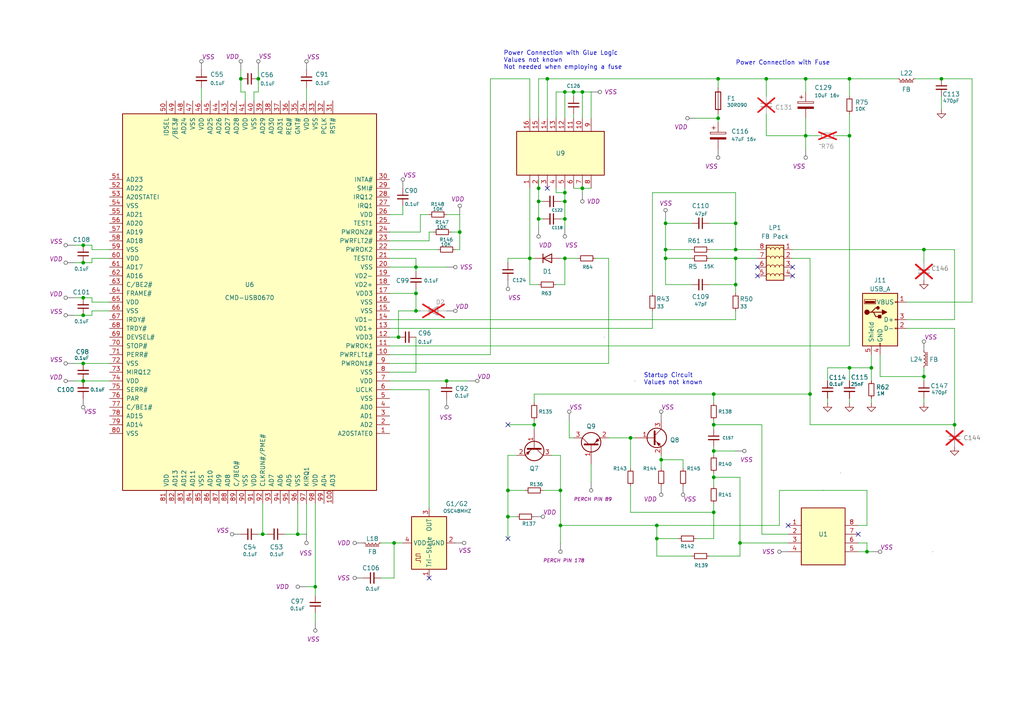
<source format=kicad_sch>
(kicad_sch (version 20230121) (generator eeschema)
  (paper "A4")
  (title_block (title "Power Macintosh G3 (Beige) Whisper Personality Card USB Mod") (date "2023-07-12") (rev "2") (company "Schematic by @croissantking on the 68kMLA forums with invaluable help from @phipli"))
  (lib_symbols
    (symbol "Analog_ADC:LTC1865-S8" (pin_names (offset 1.27))
      (property "Reference" "U20" (at -7.62 10.16 90))
      (symbol "LTC1865-S8_1_1"
        (pin input line (at -2.54 -10.16 90) (length 3.81) (name "") (number "1"))
        (pin input line (at 0 -10.16 90) (length 3.81) (name "") (number "2"))
        (pin input line (at 2.54 -10.16 90) (length 3.81) (name "") (number "3"))
        (pin power_in line (at 5.08 -10.16 90) (length 3.81) (name "") (number "4"))
        (pin input line (at 5.08 10.16 270) (length 3.81) (name "") (number "5"))
        (pin output line (at 2.54 10.16 270) (length 3.81) (name "") (number "6"))
        (pin input line (at 0 10.16 270) (length 3.81) (name "") (number "7"))
        (pin power_in line (at -2.54 10.16 270) (length 3.81) (name "") (number "8"))
      )
    )
    (symbol "C_Polarized_1" (pin_numbers hide) (pin_names (offset 0.254))
      (property "Reference" "C" (at 0.635 2.54 0))
      (property "Value" "C_Polarized" (at 0.635 -2.54 0))
      (symbol "C_Polarized_1_1_1"
        (pin passive line (at 0 3.81 270) (length 2.794) (name "~") (number "1"))
        (pin passive line (at 0 -3.81 90) (length 2.794) (name "~") (number "2"))
      )
    )
    (symbol "Connector:USB_A" (pin_names (offset 1.016))
      (property "Reference" "J" (at -5.08 11.43 0))
      (property "Value" "USB_A" (at -5.08 8.89 0))
      (symbol "USB_A_1_1"
        (pin power_in line (at 7.62 5.08 180) (length 2.54) (name "VBUS") (number "1"))
        (pin bidirectional line (at 7.62 -2.54 180) (length 2.54) (name "D-") (number "2"))
        (pin bidirectional line (at 7.62 0 180) (length 2.54) (name "D+") (number "3"))
        (pin power_in line (at 0 -10.16 90) (length 2.54) (name "GND") (number "4"))
        (pin passive line (at -2.54 -10.16 90) (length 2.54) (name "Shield") (number "5"))
      )
    )
    (symbol "Device:C_Polarized" (pin_numbers hide) (pin_names (offset 0.254))
      (property "Reference" "C" (at 0.635 2.54 0))
      (property "Value" "C_Polarized" (at 0.635 -2.54 0))
      (symbol "C_Polarized_1_1"
        (pin passive line (at 0 3.81 270) (length 2.794) (name "~") (number "1"))
        (pin passive line (at 0 -3.81 90) (length 2.794) (name "~") (number "2"))
      )
    )
    (symbol "Device:C_Small" (pin_numbers hide) (pin_names (offset 0.254) hide)
      (property "Reference" "C" (at 0.254 1.778 0))
      (property "Value" "C_Small" (at 0.254 -2.032 0))
      (symbol "C_Small_1_1"
        (pin passive line (at 0 2.54 270) (length 2.032) (name "~") (number "1"))
        (pin passive line (at 0 -2.54 90) (length 2.032) (name "~") (number "2"))
      )
    )
    (symbol "Device:D" (pin_numbers hide) (pin_names (offset 1.016) hide)
      (property "Reference" "D" (at 0 2.54 0))
      (property "Value" "D" (at 0 -2.54 0))
      (symbol "D_1_1"
        (pin passive line (at -3.81 0 0) (length 2.54) (name "K") (number "1"))
        (pin passive line (at 3.81 0 180) (length 2.54) (name "A") (number "2"))
      )
    )
    (symbol "Device:Fuse" (pin_numbers hide) (pin_names (offset 0))
      (property "Reference" "F" (at 2.032 0 90))
      (property "Value" "Fuse" (at -1.905 0 90))
      (symbol "Fuse_1_1"
        (pin passive line (at 0 3.81 270) (length 1.27) (name "~") (number "1"))
        (pin passive line (at 0 -3.81 90) (length 1.27) (name "~") (number "2"))
      )
    )
    (symbol "Device:L_Ferrite_Small" (pin_numbers hide) (pin_names (offset 0.254) hide)
      (property "Reference" "L" (at 1.27 1.016 0))
      (property "Value" "L_Ferrite_Small" (at 1.27 -1.27 0))
      (symbol "L_Ferrite_Small_1_1"
        (pin passive line (at 0 2.54 270) (length 0.508) (name "~") (number "1"))
        (pin passive line (at 0 -2.54 90) (length 0.508) (name "~") (number "2"))
      )
    )
    (symbol "Device:L_Pack04"
      (property "Reference" "LN" (at -7.62 0 90))
      (property "Value" "L_Pack04" (at 5.08 0 90))
      (symbol "L_Pack04_1_1"
        (pin passive line (at -5.08 -5.08 90) (length 2.54) (name "~") (number "1"))
        (pin passive line (at -2.54 -5.08 90) (length 2.54) (name "~") (number "2"))
        (pin passive line (at 0 -5.08 90) (length 2.54) (name "~") (number "3"))
        (pin passive line (at 2.54 -5.08 90) (length 2.54) (name "~") (number "4"))
        (pin passive line (at 2.54 5.08 270) (length 2.54) (name "~") (number "5"))
        (pin passive line (at 0 5.08 270) (length 2.54) (name "~") (number "6"))
        (pin passive line (at -2.54 5.08 270) (length 2.54) (name "~") (number "7"))
        (pin passive line (at -5.08 5.08 270) (length 2.54) (name "~") (number "8"))
      )
    )
    (symbol "Device:R_Small" (pin_numbers hide) (pin_names (offset 0.254) hide)
      (property "Reference" "R" (at 0.762 0.508 0))
      (property "Value" "R_Small" (at 0.762 -1.016 0))
      (symbol "R_Small_1_1"
        (pin passive line (at 0 2.54 270) (length 0.762) (name "~") (number "1"))
        (pin passive line (at 0 -2.54 90) (length 0.762) (name "~") (number "2"))
      )
    )
    (symbol "LTC1865-S8_1" (pin_names (offset 1.27))
      (property "Reference" "U9" (at -8.89 8.89 90))
      (symbol "LTC1865-S8_1_1_1"
        (pin input line (at -2.54 -10.16 90) (length 3.81) (name "") (number "1"))
        (pin output line (at 12.7 10.16 270) (length 3.81) (name "") (number "10"))
        (pin input line (at 10.16 10.16 270) (length 3.81) (name "") (number "11"))
        (pin power_in line (at 7.62 10.16 270) (length 3.81) (name "") (number "12"))
        (pin input line (at 5.08 10.16 270) (length 3.81) (name "") (number "13"))
        (pin output line (at 2.54 10.16 270) (length 3.81) (name "") (number "14"))
        (pin input line (at 0 10.16 270) (length 3.81) (name "") (number "15"))
        (pin power_in line (at -2.54 10.16 270) (length 3.81) (name "") (number "16"))
        (pin input line (at 0 -10.16 90) (length 3.81) (name "") (number "2"))
        (pin input line (at 2.54 -10.16 90) (length 3.81) (name "") (number "3"))
        (pin power_in line (at 5.08 -10.16 90) (length 3.81) (name "") (number "4"))
        (pin input line (at 7.62 -10.16 90) (length 3.81) (name "") (number "5"))
        (pin input line (at 10.16 -10.16 90) (length 3.81) (name "") (number "6"))
        (pin input line (at 12.7 -10.16 90) (length 3.81) (name "") (number "7"))
        (pin power_in line (at 15.24 -10.16 90) (length 3.81) (name "") (number "8"))
        (pin input line (at 15.24 10.16 270) (length 3.81) (name "") (number "9"))
      )
    )
    (symbol "MCU_Texas:LM3S6911-IQC50" (pin_names (offset 1.016))
      (property "Reference" "U6" (at 7.62 -5.08 90))
      (property "Value" "CMD-USB0670" (at 7.62 -7.62 90))
      (symbol "LM3S6911-IQC50_1_1"
        (pin open_collector line (at -45.72 -48.26 90) (length 3.81) (name "A20STATE0") (number "1"))
        (pin open_collector line (at -22.86 -48.26 90) (length 3.81) (name "PWRFLT1#") (number "10"))
        (pin bidirectional line (at -66.04 -31.75 0) (length 3.81) (name "AD3") (number "100"))
        (pin input line (at -20.32 -48.26 90) (length 3.81) (name "PWROK1") (number "11"))
        (pin power_in line (at -17.78 -48.26 90) (length 3.81) (name "VDD3") (number "12"))
        (pin bidirectional line (at -15.24 -48.26 90) (length 3.81) (name "VD1+") (number "13"))
        (pin bidirectional line (at -12.7 -48.26 90) (length 3.81) (name "VD1-") (number "14"))
        (pin power_out line (at -10.16 -48.26 90) (length 3.81) (name "VSS") (number "15"))
        (pin power_out line (at -7.62 -48.26 90) (length 3.81) (name "VSS") (number "16"))
        (pin power_in line (at -5.08 -48.26 90) (length 3.81) (name "VDD3") (number "17"))
        (pin bidirectional line (at -2.54 -48.26 90) (length 3.81) (name "VD2+") (number "18"))
        (pin bidirectional line (at 0 -48.26 90) (length 3.81) (name "VD2-") (number "19"))
        (pin bidirectional line (at -43.18 -48.26 90) (length 3.81) (name "AD2") (number "2"))
        (pin power_out line (at 2.54 -48.26 90) (length 3.81) (name "VSS") (number "20"))
        (pin input line (at 5.08 -48.26 90) (length 3.81) (name "TEST0") (number "21"))
        (pin input line (at 7.62 -48.26 90) (length 3.81) (name "PWROK2") (number "22"))
        (pin open_collector line (at 10.16 -48.26 90) (length 3.81) (name "PWRFLT2#") (number "23"))
        (pin bidirectional line (at 12.7 -48.26 90) (length 3.81) (name "PWRON2#") (number "24"))
        (pin input line (at 15.24 -48.26 90) (length 3.81) (name "TEST1") (number "25"))
        (pin power_in line (at 17.78 -48.26 90) (length 3.81) (name "VDD") (number "26"))
        (pin tri_state line (at 20.32 -48.26 90) (length 3.81) (name "IRQ1") (number "27"))
        (pin tri_state line (at 22.86 -48.26 90) (length 3.81) (name "IRQ12") (number "28"))
        (pin open_collector line (at 25.4 -48.26 90) (length 3.81) (name "SMI#") (number "29"))
        (pin bidirectional line (at -40.64 -48.26 90) (length 3.81) (name "AD1") (number "3"))
        (pin open_collector line (at 27.94 -48.26 90) (length 3.81) (name "INTA#") (number "30"))
        (pin input line (at 50.8 -31.75 180) (length 3.81) (name "RST#") (number "31"))
        (pin input line (at 50.8 -29.21 180) (length 3.81) (name "PCLK") (number "32"))
        (pin power_out line (at 50.8 -26.67 180) (length 3.81) (name "VSS") (number "33"))
        (pin power_in line (at 50.8 -24.13 180) (length 3.81) (name "VDD") (number "34"))
        (pin input line (at 50.8 -21.59 180) (length 3.81) (name "GNT#") (number "35"))
        (pin power_in line (at 50.8 -19.05 180) (length 3.81) (name "REQ#") (number "36"))
        (pin bidirectional line (at 50.8 -16.51 180) (length 3.81) (name "AD31") (number "37"))
        (pin bidirectional line (at 50.8 -13.97 180) (length 3.81) (name "AD30") (number "38"))
        (pin bidirectional line (at 50.8 -11.43 180) (length 3.81) (name "AD29") (number "39"))
        (pin bidirectional line (at -38.1 -48.26 90) (length 3.81) (name "AD0") (number "4"))
        (pin power_out line (at 50.8 -8.89 180) (length 3.81) (name "VSS") (number "40"))
        (pin power_in line (at 50.8 -6.35 180) (length 3.81) (name "VDD") (number "41"))
        (pin bidirectional line (at 50.8 -3.81 180) (length 3.81) (name "AD28") (number "42"))
        (pin bidirectional line (at 50.8 -1.27 180) (length 3.81) (name "AD27") (number "43"))
        (pin bidirectional line (at 50.8 1.27 180) (length 3.81) (name "AD26") (number "44"))
        (pin bidirectional line (at 50.8 3.81 180) (length 3.81) (name "AD25") (number "45"))
        (pin power_in line (at 50.8 6.35 180) (length 3.81) (name "VDD") (number "46"))
        (pin power_out line (at 50.8 8.89 180) (length 3.81) (name "VSS") (number "47"))
        (pin bidirectional line (at 50.8 11.43 180) (length 3.81) (name "AD24") (number "48"))
        (pin bidirectional line (at 50.8 13.97 180) (length 3.81) (name "/BE3#") (number "49"))
        (pin power_out line (at -35.56 -48.26 90) (length 3.81) (name "VSS") (number "5"))
        (pin input line (at 50.8 16.51 180) (length 3.81) (name "IDSEL") (number "50"))
        (pin bidirectional line (at 27.94 33.02 270) (length 3.81) (name "AD23") (number "51"))
        (pin bidirectional line (at 25.4 33.02 270) (length 3.81) (name "AD22") (number "52"))
        (pin input line (at 22.86 33.02 270) (length 3.81) (name "A20STATEI") (number "53"))
        (pin power_out line (at 20.32 33.02 270) (length 3.81) (name "VSS") (number "54"))
        (pin bidirectional line (at 17.78 33.02 270) (length 3.81) (name "AD21") (number "55"))
        (pin bidirectional line (at 15.24 33.02 270) (length 3.81) (name "AD20") (number "56"))
        (pin bidirectional line (at 12.7 33.02 270) (length 3.81) (name "AD19") (number "57"))
        (pin bidirectional line (at 10.16 33.02 270) (length 3.81) (name "AD18") (number "58"))
        (pin power_out line (at 7.62 33.02 270) (length 3.81) (name "VSS") (number "59"))
        (pin input line (at -33.02 -48.26 90) (length 3.81) (name "UCLK") (number "6"))
        (pin power_in line (at 5.08 33.02 270) (length 3.81) (name "VDD") (number "60"))
        (pin bidirectional line (at 2.54 33.02 270) (length 3.81) (name "AD17") (number "61"))
        (pin bidirectional line (at 0 33.02 270) (length 3.81) (name "AD16") (number "62"))
        (pin bidirectional line (at -2.54 33.02 270) (length 3.81) (name "C/BE2#") (number "63"))
        (pin bidirectional line (at -5.08 33.02 270) (length 3.81) (name "FRAME#") (number "64"))
        (pin power_in line (at -7.62 33.02 270) (length 3.81) (name "VDD") (number "65"))
        (pin power_out line (at -10.16 33.02 270) (length 3.81) (name "VSS") (number "66"))
        (pin bidirectional line (at -12.7 33.02 270) (length 3.81) (name "IRDY#") (number "67"))
        (pin bidirectional line (at -15.24 33.02 270) (length 3.81) (name "TRDY#") (number "68"))
        (pin bidirectional line (at -17.78 33.02 270) (length 3.81) (name "DEVSEL#") (number "69"))
        (pin power_in line (at -30.48 -48.26 90) (length 3.81) (name "VDD") (number "7"))
        (pin bidirectional line (at -20.32 33.02 270) (length 3.81) (name "STOP#") (number "70"))
        (pin bidirectional line (at -22.86 33.02 270) (length 3.81) (name "PERR#") (number "71"))
        (pin power_out line (at -25.4 33.02 270) (length 3.81) (name "VSS") (number "72"))
        (pin input line (at -27.94 33.02 270) (length 3.81) (name "MIRQ12") (number "73"))
        (pin power_in line (at -30.48 33.02 270) (length 3.81) (name "VDD") (number "74"))
        (pin open_collector line (at -33.02 33.02 270) (length 3.81) (name "SERR#") (number "75"))
        (pin bidirectional line (at -35.56 33.02 270) (length 3.81) (name "PAR") (number "76"))
        (pin bidirectional line (at -38.1 33.02 270) (length 3.81) (name "C/BE1#") (number "77"))
        (pin bidirectional line (at -40.64 33.02 270) (length 3.81) (name "AD15") (number "78"))
        (pin bidirectional line (at -43.18 33.02 270) (length 3.81) (name "AD14") (number "79"))
        (pin power_out line (at -27.94 -48.26 90) (length 3.81) (name "VSS") (number "8"))
        (pin power_out line (at -45.72 33.02 270) (length 3.81) (name "VSS") (number "80"))
        (pin power_in line (at -66.04 16.51 0) (length 3.81) (name "VDD") (number "81"))
        (pin bidirectional line (at -66.04 13.97 0) (length 3.81) (name "AD13") (number "82"))
        (pin bidirectional line (at -66.04 11.43 0) (length 3.81) (name "AD12") (number "83"))
        (pin bidirectional line (at -66.04 8.89 0) (length 3.81) (name "AD11") (number "84"))
        (pin power_out line (at -66.04 6.35 0) (length 3.81) (name "VSS") (number "85"))
        (pin bidirectional line (at -66.04 3.81 0) (length 3.81) (name "AD10") (number "86"))
        (pin bidirectional line (at -66.04 1.27 0) (length 3.81) (name "AD9") (number "87"))
        (pin bidirectional line (at -66.04 -1.27 0) (length 3.81) (name "AD8") (number "88"))
        (pin bidirectional line (at -66.04 -3.81 0) (length 3.81) (name "C/BE0#") (number "89"))
        (pin bidirectional line (at -25.4 -48.26 90) (length 3.81) (name "PWRON1#") (number "9"))
        (pin power_out line (at -66.04 -6.35 0) (length 3.81) (name "VSS") (number "90"))
        (pin power_in line (at -66.04 -8.89 0) (length 3.81) (name "VDD") (number "91"))
        (pin bidirectional line (at -66.04 -11.43 0) (length 3.81) (name "CLKRUN#/PME#") (number "92"))
        (pin bidirectional line (at -66.04 -13.97 0) (length 3.81) (name "AD7") (number "93"))
        (pin bidirectional line (at -66.04 -16.51 0) (length 3.81) (name "AD6") (number "94"))
        (pin bidirectional line (at -66.04 -19.05 0) (length 3.81) (name "AD5") (number "95"))
        (pin power_out line (at -66.04 -21.59 0) (length 3.81) (name "VSS") (number "96"))
        (pin input line (at -66.04 -24.13 0) (length 3.81) (name "KIRQ1") (number "97"))
        (pin power_in line (at -66.04 -26.67 0) (length 3.81) (name "VDD") (number "98"))
        (pin bidirectional line (at -66.04 -29.21 0) (length 3.81) (name "AD4") (number "99"))
      )
    )
    (symbol "Oscillator:ASCO"
      (property "Reference" "X" (at -7.62 6.35 0))
      (property "Value" "ASCO" (at 1.27 -6.35 0))
      (symbol "ASCO_1_1"
        (pin input line (at -10.16 0 0) (length 2.54) (name "Tri-State") (number "1"))
        (pin power_in line (at 0 -7.62 90) (length 2.54) (name "GND") (number "2"))
        (pin output line (at 10.16 0 180) (length 2.54) (name "OUT") (number "3"))
        (pin power_in line (at 0 7.62 270) (length 2.54) (name "VDD") (number "4"))
      )
    )
    (symbol "Transistor_BJT:MMBT3906" (pin_names (offset 0) hide)
      (property "Reference" "Q" (at 5.08 1.905 0))
      (property "Value" "MMBT3906" (at 5.08 0 0))
      (symbol "MMBT3906_1_1"
        (pin input line (at -5.08 0 0) (length 5.715) (name "B") (number "1"))
        (pin passive line (at 2.54 -5.08 90) (length 2.54) (name "E") (number "2"))
        (pin passive line (at 2.54 5.08 270) (length 2.54) (name "C") (number "3"))
      )
    )
    (symbol "power:GND" (power) (pin_names (offset 0))
      (symbol "GND_1_1"
        (pin power_in line (at 0 0 270) (length 0) hide (name "") (number ""))
      )
    )
  )
  (junction (at 190.5 152.4))
  (junction (at 24.13 91.44))
  (junction (at 120.65 77.47))
  (junction (at 74.93 22.86))
  (junction (at 154.94 123.19))
  (junction (at 276.86 123.19))
  (junction (at 76.2 154.94))
  (junction (at 156.21 58.42))
  (junction (at 207.01 123.19))
  (junction (at 69.85 22.86))
  (junction (at 190.5 156.21))
  (junction (at 182.88 127))
  (junction (at 246.38 106.68))
  (junction (at 24.13 86.36))
  (junction (at 166.37 26.67))
  (junction (at 246.38 22.86))
  (junction (at 191.77 133.35))
  (junction (at 24.13 71.12))
  (junction (at 252.73 106.68))
  (junction (at 233.68 39.37))
  (junction (at 153.67 74.93))
  (junction (at 163.83 55.88))
  (junction (at 207.01 130.81))
  (junction (at 213.36 64.77))
  (junction (at 208.28 22.86))
  (junction (at 115.57 97.79))
  (junction (at 24.13 105.41))
  (junction (at 147.32 149.86))
  (junction (at 233.68 22.86))
  (junction (at 207.01 148.59))
  (junction (at 156.21 54.61))
  (junction (at 24.13 110.49))
  (junction (at 213.36 72.39))
  (junction (at 168.91 26.67))
  (junction (at 193.04 64.77))
  (junction (at 156.21 63.5))
  (junction (at 120.65 90.17))
  (junction (at 251.46 160.02))
  (junction (at 158.75 22.86))
  (junction (at 207.01 138.43))
  (junction (at 147.32 142.24))
  (junction (at 163.83 58.42))
  (junction (at 162.56 142.24))
  (junction (at 163.83 63.5))
  (junction (at 24.13 76.2))
  (junction (at 193.04 74.93))
  (junction (at 133.35 67.31))
  (junction (at 163.83 26.67))
  (junction (at 234.95 114.3))
  (junction (at 91.44 170.18))
  (junction (at 267.97 109.22))
  (junction (at 273.05 22.86))
  (junction (at 129.54 110.49))
  (junction (at 246.38 39.37))
  (junction (at 214.63 157.48))
  (junction (at 213.36 74.93))
  (junction (at 114.3 157.48))
  (junction (at 213.36 82.55))
  (junction (at 208.28 34.29))
  (junction (at 162.56 152.4))
  (junction (at 207.01 114.3))
  (junction (at 168.91 54.61))
  (junction (at 86.36 154.94))
  (junction (at 222.25 22.86))
  (junction (at 120.65 85.09))
  (junction (at 163.83 74.93))
  (junction (at 267.97 72.39))
  (junction (at 193.04 72.39))
  (no_connect (at 229.87 80.01))
  (no_connect (at 219.71 77.47))
  (no_connect (at 147.32 123.19))
  (no_connect (at 248.92 154.94))
  (no_connect (at 124.46 167.64))
  (no_connect (at 147.32 156.21))
  (no_connect (at 228.6 152.4))
  (no_connect (at 219.71 80.01))
  (no_connect (at 229.87 77.47))
  (no_connect (at 158.75 54.61))
  (wire (pts (xy 71.12 26.67) (xy 71.12 29.21)))
  (wire (pts (xy 157.48 142.24) (xy 162.56 142.24)))
  (wire (pts (xy 220.98 123.19) (xy 220.98 154.94)))
  (wire (pts (xy 24.13 110.49) (xy 31.75 110.49)))
  (wire (pts (xy 246.38 115.57) (xy 246.38 116.84)))
  (wire (pts (xy 233.68 34.29) (xy 233.68 39.37)))
  (wire (pts (xy 158.75 22.86) (xy 158.75 34.29)))
  (wire (pts (xy 214.63 157.48) (xy 228.6 157.48)))
  (wire (pts (xy 166.37 26.67) (xy 166.37 27.94)))
  (wire (pts (xy 207.01 148.59) (xy 207.01 156.21)))
  (wire (pts (xy 208.28 22.86) (xy 222.25 22.86)))
  (wire (pts (xy 246.38 22.86) (xy 260.35 22.86)))
  (wire (pts (xy 24.13 86.36) (xy 26.67 86.36)))
  (wire (pts (xy 208.28 22.86) (xy 208.28 25.4)))
  (wire (pts (xy 168.91 54.61) (xy 166.37 54.61)))
  (wire (pts (xy 21.59 91.44) (xy 24.13 91.44)))
  (wire (pts (xy 213.36 74.93) (xy 213.36 82.55)))
  (wire (pts (xy 171.45 139.7) (xy 171.45 134.62)))
  (wire (pts (xy 281.94 22.86) (xy 281.94 87.63)))
  (wire (pts (xy 113.03 100.33) (xy 246.38 100.33)))
  (wire (pts (xy 91.44 170.18) (xy 88.9 170.18)))
  (wire (pts (xy 234.95 123.19) (xy 234.95 114.3)))
  (wire (pts (xy 240.03 110.49) (xy 240.03 106.68)))
  (wire (pts (xy 124.46 67.31) (xy 124.46 69.85)))
  (wire (pts (xy 116.84 59.69) (xy 116.84 62.23)))
  (wire (pts (xy 82.55 154.94) (xy 86.36 154.94)))
  (wire (pts (xy 24.13 71.12) (xy 26.67 71.12)))
  (wire (pts (xy 73.66 29.21) (xy 73.66 26.67)))
  (wire (pts (xy 182.88 127) (xy 184.15 127)))
  (wire (pts (xy 113.03 110.49) (xy 129.54 110.49)))
  (wire (pts (xy 163.83 58.42) (xy 163.83 63.5)))
  (wire (pts (xy 161.29 26.67) (xy 163.83 26.67)))
  (wire (pts (xy 207.01 146.05) (xy 207.01 148.59)))
  (wire (pts (xy 276.86 95.25) (xy 276.86 123.19)))
  (wire (pts (xy 74.93 20.32) (xy 74.93 22.86)))
  (wire (pts (xy 234.95 74.93) (xy 234.95 114.3)))
  (wire (pts (xy 163.83 26.67) (xy 166.37 26.67)))
  (wire (pts (xy 162.56 152.4) (xy 190.5 152.4)))
  (wire (pts (xy 273.05 22.86) (xy 281.94 22.86)))
  (wire (pts (xy 158.75 22.86) (xy 208.28 22.86)))
  (wire (pts (xy 76.2 146.05) (xy 76.2 154.94)))
  (wire (pts (xy 124.46 67.31) (xy 125.73 67.31)))
  (wire (pts (xy 161.29 82.55) (xy 163.83 82.55)))
  (wire (pts (xy 74.93 154.94) (xy 76.2 154.94)))
  (wire (pts (xy 191.77 133.35) (xy 191.77 135.89)))
  (wire (pts (xy 226.06 152.4) (xy 226.06 142.24)))
  (wire (pts (xy 113.03 67.31) (xy 121.92 67.31)))
  (wire (pts (xy 205.74 161.29) (xy 214.63 161.29)))
  (wire (pts (xy 267.97 109.22) (xy 267.97 106.68)))
  (wire (pts (xy 168.91 34.29) (xy 168.91 26.67)))
  (wire (pts (xy 157.48 63.5) (xy 156.21 63.5)))
  (wire (pts (xy 129.54 110.49) (xy 135.89 110.49)))
  (wire (pts (xy 69.85 26.67) (xy 71.12 26.67)))
  (wire (pts (xy 156.21 52.07) (xy 156.21 54.61)))
  (wire (pts (xy 240.03 115.57) (xy 240.03 116.84)))
  (wire (pts (xy 26.67 91.44) (xy 24.13 91.44)))
  (wire (pts (xy 193.04 74.93) (xy 200.66 74.93)))
  (wire (pts (xy 162.56 74.93) (xy 163.83 74.93)))
  (wire (pts (xy 220.98 154.94) (xy 228.6 154.94)))
  (wire (pts (xy 213.36 130.81) (xy 207.01 130.81)))
  (wire (pts (xy 166.37 33.02) (xy 166.37 34.29)))
  (wire (pts (xy 163.83 74.93) (xy 163.83 82.55)))
  (wire (pts (xy 229.87 72.39) (xy 267.97 72.39)))
  (wire (pts (xy 251.46 160.02) (xy 252.73 160.02)))
  (wire (pts (xy 207.01 129.54) (xy 207.01 130.81)))
  (wire (pts (xy 214.63 138.43) (xy 207.01 138.43)))
  (wire (pts (xy 133.35 62.23) (xy 129.54 62.23)))
  (wire (pts (xy 113.03 102.87) (xy 142.24 102.87)))
  (wire (pts (xy 161.29 55.88) (xy 163.83 55.88)))
  (wire (pts (xy 26.67 74.93) (xy 31.75 74.93)))
  (wire (pts (xy 213.36 72.39) (xy 219.71 72.39)))
  (wire (pts (xy 21.59 110.49) (xy 24.13 110.49)))
  (wire (pts (xy 246.38 39.37) (xy 246.38 100.33)))
  (wire (pts (xy 156.21 34.29) (xy 156.21 22.86)))
  (wire (pts (xy 147.32 76.2) (xy 147.32 74.93)))
  (wire (pts (xy 91.44 177.8) (xy 91.44 180.34)))
  (wire (pts (xy 255.27 109.22) (xy 267.97 109.22)))
  (wire (pts (xy 222.25 22.86) (xy 222.25 27.94)))
  (wire (pts (xy 162.56 152.4) (xy 162.56 157.48)))
  (wire (pts (xy 124.46 69.85) (xy 113.03 69.85)))
  (wire (pts (xy 161.29 26.67) (xy 161.29 34.29)))
  (wire (pts (xy 165.1 127) (xy 166.37 127)))
  (wire (pts (xy 163.83 54.61) (xy 163.83 55.88)))
  (wire (pts (xy 201.93 156.21) (xy 207.01 156.21)))
  (wire (pts (xy 240.03 106.68) (xy 246.38 106.68)))
  (wire (pts (xy 153.67 54.61) (xy 153.67 74.93)))
  (wire (pts (xy 213.36 82.55) (xy 213.36 85.09)))
  (wire (pts (xy 120.65 77.47) (xy 129.54 77.47)))
  (wire (pts (xy 26.67 74.93) (xy 26.67 76.2)))
  (wire (pts (xy 153.67 74.93) (xy 154.94 74.93)))
  (wire (pts (xy 262.89 87.63) (xy 281.94 87.63)))
  (wire (pts (xy 191.77 133.35) (xy 191.77 132.08)))
  (wire (pts (xy 154.94 114.3) (xy 154.94 116.84)))
  (wire (pts (xy 198.12 133.35) (xy 198.12 135.89)))
  (wire (pts (xy 147.32 132.08) (xy 149.86 132.08)))
  (wire (pts (xy 265.43 22.86) (xy 273.05 22.86)))
  (wire (pts (xy 162.56 58.42) (xy 163.83 58.42)))
  (wire (pts (xy 153.67 74.93) (xy 153.67 82.55)))
  (wire (pts (xy 163.83 55.88) (xy 163.83 58.42)))
  (wire (pts (xy 156.21 58.42) (xy 156.21 63.5)))
  (wire (pts (xy 255.27 109.22) (xy 255.27 102.87)))
  (wire (pts (xy 190.5 156.21) (xy 190.5 161.29)))
  (wire (pts (xy 176.53 74.93) (xy 176.53 105.41)))
  (wire (pts (xy 163.83 74.93) (xy 167.64 74.93)))
  (wire (pts (xy 182.88 148.59) (xy 207.01 148.59)))
  (wire (pts (xy 248.92 152.4) (xy 251.46 152.4)))
  (wire (pts (xy 182.88 127) (xy 182.88 135.89)))
  (wire (pts (xy 276.86 92.71) (xy 276.86 72.39)))
  (wire (pts (xy 156.21 22.86) (xy 158.75 22.86)))
  (wire (pts (xy 113.03 77.47) (xy 120.65 77.47)))
  (wire (pts (xy 21.59 76.2) (xy 24.13 76.2)))
  (wire (pts (xy 226.06 142.24) (xy 251.46 142.24)))
  (wire (pts (xy 147.32 149.86) (xy 149.86 149.86)))
  (wire (pts (xy 205.74 82.55) (xy 213.36 82.55)))
  (wire (pts (xy 182.88 127) (xy 176.53 127)))
  (wire (pts (xy 267.97 72.39) (xy 276.86 72.39)))
  (wire (pts (xy 114.3 167.64) (xy 114.3 157.48)))
  (wire (pts (xy 157.48 58.42) (xy 156.21 58.42)))
  (wire (pts (xy 207.01 124.46) (xy 207.01 123.19)))
  (wire (pts (xy 252.73 102.87) (xy 252.73 106.68)))
  (wire (pts (xy 172.72 74.93) (xy 176.53 74.93)))
  (wire (pts (xy 133.35 67.31) (xy 133.35 62.23)))
  (wire (pts (xy 154.94 114.3) (xy 207.01 114.3)))
  (wire (pts (xy 207.01 138.43) (xy 207.01 140.97)))
  (wire (pts (xy 120.65 97.79) (xy 120.65 107.95)))
  (wire (pts (xy 26.67 90.17) (xy 31.75 90.17)))
  (wire (pts (xy 213.36 55.88) (xy 189.23 55.88)))
  (wire (pts (xy 153.67 34.29) (xy 153.67 22.86)))
  (wire (pts (xy 171.45 34.29) (xy 171.45 26.67)))
  (wire (pts (xy 198.12 133.35) (xy 191.77 133.35)))
  (wire (pts (xy 165.1 127) (xy 165.1 121.92)))
  (wire (pts (xy 163.83 34.29) (xy 163.83 26.67)))
  (wire (pts (xy 124.46 113.03) (xy 124.46 147.32)))
  (wire (pts (xy 213.36 64.77) (xy 213.36 72.39)))
  (wire (pts (xy 73.66 26.67) (xy 74.93 26.67)))
  (wire (pts (xy 233.68 26.67) (xy 233.68 22.86)))
  (wire (pts (xy 133.35 67.31) (xy 130.81 67.31)))
  (wire (pts (xy 190.5 152.4) (xy 226.06 152.4)))
  (wire (pts (xy 147.32 74.93) (xy 153.67 74.93)))
  (wire (pts (xy 267.97 110.49) (xy 267.97 109.22)))
  (wire (pts (xy 88.9 146.05) (xy 88.9 154.94)))
  (wire (pts (xy 121.92 62.23) (xy 124.46 62.23)))
  (wire (pts (xy 207.01 114.3) (xy 234.95 114.3)))
  (wire (pts (xy 163.83 63.5) (xy 163.83 66.04)))
  (wire (pts (xy 190.5 156.21) (xy 196.85 156.21)))
  (wire (pts (xy 21.59 71.12) (xy 24.13 71.12)))
  (wire (pts (xy 120.65 83.82) (xy 120.65 85.09)))
  (wire (pts (xy 24.13 105.41) (xy 31.75 105.41)))
  (wire (pts (xy 133.35 72.39) (xy 132.08 72.39)))
  (wire (pts (xy 162.56 132.08) (xy 162.56 142.24)))
  (wire (pts (xy 133.35 72.39) (xy 133.35 67.31)))
  (wire (pts (xy 91.44 170.18) (xy 91.44 172.72)))
  (wire (pts (xy 246.38 106.68) (xy 246.38 110.49)))
  (wire (pts (xy 86.36 146.05) (xy 86.36 154.94)))
  (wire (pts (xy 252.73 106.68) (xy 252.73 110.49)))
  (wire (pts (xy 147.32 149.86) (xy 147.32 156.21)))
  (wire (pts (xy 113.03 113.03) (xy 124.46 113.03)))
  (wire (pts (xy 193.04 72.39) (xy 193.04 74.93)))
  (wire (pts (xy 58.42 25.4) (xy 58.42 29.21)))
  (wire (pts (xy 193.04 72.39) (xy 200.66 72.39)))
  (wire (pts (xy 233.68 22.86) (xy 246.38 22.86)))
  (wire (pts (xy 91.44 146.05) (xy 91.44 170.18)))
  (wire (pts (xy 120.65 74.93) (xy 120.65 77.47)))
  (wire (pts (xy 113.03 97.79) (xy 115.57 97.79)))
  (wire (pts (xy 214.63 138.43) (xy 214.63 157.48)))
  (wire (pts (xy 21.59 105.41) (xy 24.13 105.41)))
  (wire (pts (xy 121.92 62.23) (xy 121.92 67.31)))
  (wire (pts (xy 233.68 39.37) (xy 237.49 39.37)))
  (wire (pts (xy 113.03 105.41) (xy 176.53 105.41)))
  (wire (pts (xy 190.5 152.4) (xy 190.5 156.21)))
  (wire (pts (xy 168.91 26.67) (xy 171.45 26.67)))
  (wire (pts (xy 113.03 74.93) (xy 120.65 74.93)))
  (wire (pts (xy 207.01 130.81) (xy 207.01 132.08)))
  (wire (pts (xy 168.91 54.61) (xy 168.91 55.88)))
  (wire (pts (xy 113.03 62.23) (xy 116.84 62.23)))
  (wire (pts (xy 74.93 22.86) (xy 74.93 26.67)))
  (wire (pts (xy 147.32 123.19) (xy 154.94 123.19)))
  (wire (pts (xy 142.24 22.86) (xy 142.24 102.87)))
  (wire (pts (xy 251.46 157.48) (xy 251.46 160.02)))
  (wire (pts (xy 88.9 25.4) (xy 88.9 29.21)))
  (wire (pts (xy 276.86 124.46) (xy 276.86 123.19)))
  (wire (pts (xy 26.67 90.17) (xy 26.67 91.44)))
  (wire (pts (xy 190.5 161.29) (xy 200.66 161.29)))
  (wire (pts (xy 162.56 63.5) (xy 163.83 63.5)))
  (wire (pts (xy 156.21 63.5) (xy 156.21 66.04)))
  (wire (pts (xy 205.74 72.39) (xy 213.36 72.39)))
  (wire (pts (xy 110.49 157.48) (xy 114.3 157.48)))
  (wire (pts (xy 69.85 22.86) (xy 69.85 26.67)))
  (wire (pts (xy 213.36 55.88) (xy 213.36 64.77)))
  (wire (pts (xy 113.03 107.95) (xy 120.65 107.95)))
  (wire (pts (xy 189.23 90.17) (xy 189.23 95.25)))
  (wire (pts (xy 207.01 137.16) (xy 207.01 138.43)))
  (wire (pts (xy 273.05 31.75) (xy 273.05 27.94)))
  (wire (pts (xy 121.92 90.17) (xy 120.65 90.17)))
  (wire (pts (xy 246.38 106.68) (xy 252.73 106.68)))
  (wire (pts (xy 246.38 33.02) (xy 246.38 39.37)))
  (wire (pts (xy 193.04 82.55) (xy 200.66 82.55)))
  (wire (pts (xy 213.36 92.71) (xy 213.36 90.17)))
  (wire (pts (xy 120.65 77.47) (xy 120.65 78.74)))
  (wire (pts (xy 110.49 167.64) (xy 114.3 167.64)))
  (wire (pts (xy 26.67 72.39) (xy 26.67 71.12)))
  (wire (pts (xy 252.73 115.57) (xy 252.73 116.84)))
  (wire (pts (xy 115.57 90.17) (xy 115.57 97.79)))
  (wire (pts (xy 21.59 86.36) (xy 24.13 86.36)))
  (wire (pts (xy 76.2 154.94) (xy 77.47 154.94)))
  (wire (pts (xy 208.28 33.02) (xy 208.28 34.29)))
  (wire (pts (xy 207.01 121.92) (xy 207.01 123.19)))
  (wire (pts (xy 222.25 39.37) (xy 233.68 39.37)))
  (wire (pts (xy 262.89 92.71) (xy 276.86 92.71)))
  (wire (pts (xy 205.74 74.93) (xy 213.36 74.93)))
  (wire (pts (xy 189.23 55.88) (xy 189.23 85.09)))
  (wire (pts (xy 160.02 132.08) (xy 162.56 132.08)))
  (wire (pts (xy 31.75 72.39) (xy 26.67 72.39)))
  (wire (pts (xy 26.67 87.63) (xy 26.67 86.36)))
  (wire (pts (xy 248.92 157.48) (xy 251.46 157.48)))
  (wire (pts (xy 120.65 85.09) (xy 120.65 90.17)))
  (wire (pts (xy 207.01 116.84) (xy 207.01 114.3)))
  (wire (pts (xy 193.04 74.93) (xy 193.04 82.55)))
  (wire (pts (xy 213.36 74.93) (xy 219.71 74.93)))
  (wire (pts (xy 242.57 39.37) (xy 246.38 39.37)))
  (wire (pts (xy 86.36 154.94) (xy 88.9 154.94)))
  (wire (pts (xy 147.32 132.08) (xy 147.32 142.24)))
  (wire (pts (xy 113.03 85.09) (xy 120.65 85.09)))
  (wire (pts (xy 193.04 64.77) (xy 200.66 64.77)))
  (wire (pts (xy 248.92 160.02) (xy 251.46 160.02)))
  (wire (pts (xy 114.3 157.48) (xy 116.84 157.48)))
  (wire (pts (xy 208.28 34.29) (xy 208.28 35.56)))
  (wire (pts (xy 214.63 157.48) (xy 214.63 161.29)))
  (wire (pts (xy 153.67 82.55) (xy 156.21 82.55)))
  (wire (pts (xy 113.03 72.39) (xy 127 72.39)))
  (wire (pts (xy 147.32 142.24) (xy 147.32 149.86)))
  (wire (pts (xy 222.25 33.02) (xy 222.25 39.37)))
  (wire (pts (xy 156.21 54.61) (xy 156.21 58.42)))
  (wire (pts (xy 276.86 95.25) (xy 262.89 95.25)))
  (wire (pts (xy 246.38 22.86) (xy 246.38 27.94)))
  (wire (pts (xy 166.37 26.67) (xy 168.91 26.67)))
  (wire (pts (xy 229.87 74.93) (xy 234.95 74.93)))
  (wire (pts (xy 251.46 142.24) (xy 251.46 152.4)))
  (wire (pts (xy 154.94 123.19) (xy 154.94 121.92)))
  (wire (pts (xy 193.04 63.5) (xy 193.04 64.77)))
  (wire (pts (xy 182.88 140.97) (xy 182.88 148.59)))
  (wire (pts (xy 153.67 22.86) (xy 142.24 22.86)))
  (wire (pts (xy 267.97 72.39) (xy 267.97 76.2)))
  (wire (pts (xy 233.68 39.37) (xy 233.68 43.18)))
  (wire (pts (xy 222.25 22.86) (xy 233.68 22.86)))
  (wire (pts (xy 193.04 64.77) (xy 193.04 72.39)))
  (wire (pts (xy 171.45 54.61) (xy 168.91 54.61)))
  (wire (pts (xy 147.32 142.24) (xy 152.4 142.24)))
  (wire (pts (xy 113.03 92.71) (xy 213.36 92.71)))
  (wire (pts (xy 205.74 64.77) (xy 213.36 64.77)))
  (wire (pts (xy 69.85 20.32) (xy 69.85 22.86)))
  (wire (pts (xy 113.03 95.25) (xy 189.23 95.25)))
  (wire (pts (xy 161.29 54.61) (xy 161.29 55.88)))
  (wire (pts (xy 234.95 123.19) (xy 276.86 123.19)))
  (wire (pts (xy 154.94 124.46) (xy 154.94 123.19)))
  (wire (pts (xy 267.97 115.57) (xy 267.97 116.84)))
  (wire (pts (xy 201.93 34.29) (xy 208.28 34.29)))
  (wire (pts (xy 26.67 87.63) (xy 31.75 87.63)))
  (wire (pts (xy 115.57 90.17) (xy 120.65 90.17)))
  (wire (pts (xy 26.67 76.2) (xy 24.13 76.2)))
  (wire (pts (xy 162.56 142.24) (xy 162.56 152.4)))
  (wire (pts (xy 207.01 123.19) (xy 220.98 123.19)))
  (rectangle (start 175.26 97.79) (end 175.26 97.79))
  (rectangle (start 184.15 110.49) (end 184.15 110.49))
  (rectangle (start 238.76 142.24) (end 238.76 142.24))
  (rectangle (start 270.51 160.02) (end 270.51 160.02))
  (rectangle (start 243.84 137.16) (end 243.84 137.16))
  (rectangle (start 113.03 67.31) (end 113.03 67.31))
  (text "Startup Circuit\nValues not known" (at 186.69 111.76 0) (effects (font (size 1.27 1.27)) (justify left bottom)))
  (text "Power Connection with Glue Logic\nValues not known\nNot needed when employing a fuse" (at 146.05 20.32 0) (effects (font (size 1.27 1.27)) (justify left bottom)))
  (text "Power Connection with Fuse" (at 213.36 19.05 0) (effects (font (size 1.27 1.27)) (justify left bottom)))
  (netclass_flag "" (length 2.54) (shape round) (at 201.93 34.29 90) (property "Netclass" "VDD" (at 199.39 36.83 0) (effects (font italic) (justify right))))
  (netclass_flag "" (length 2.54) (shape round) (at 171.45 26.67 270) (property "Netclass" "VSS" (at 175.26 26.67 0) (effects (font italic) (justify left))))
  (netclass_flag "" (length 2.54) (shape round) (at 24.13 115.57 180) (property "Netclass" "VSS" (at 27.94 119.38 0) (effects (font italic) (justify right))))
  (netclass_flag "" (length 2.54) (shape round) (at 105.41 167.64 90) (property "Netclass" "VSS" (at 97.79 167.64 0) (effects (font italic) (justify left))))
  (netclass_flag "" (length 2.54) (shape round) (at 165.1 121.92 0) (property "Netclass" "VSS" (at 165.1 118.11 0) (effects (font italic) (justify left))))
  (netclass_flag "" (length 2.54) (shape round) (at 213.36 130.81 270) (property "Netclass" "VSS" (at 214.63 133.35 0) (effects (font italic) (justify left))))
  (netclass_flag "" (length 2.54) (shape round) (at 129.54 115.57 180) (property "Netclass" "VSS" (at 131.1254 121.0582 0) (effects (font italic) (justify right))))
  (netclass_flag "" (length 2.54) (shape round) (at 21.59 76.2 90) (property "Netclass" "VDD" (at 18.1449 75.1265 0) (effects (font italic) (justify right))))
  (netclass_flag "" (length 2.54) (shape round) (at 228.6 160.02 90) (property "Netclass" "VSS" (at 220.98 160.02 0) (effects (font italic) (justify left))))
  (netclass_flag "" (length 2.54) (shape round) (at 233.68 43.18 180) (property "Netclass" "VSS" (at 229.87 48.26 0) (effects (font italic) (justify left))))
  (netclass_flag "" (length 2.54) (shape round) (at 252.73 160.02 270) (property "Netclass" "VSS" (at 255.27 158.75 0) (effects (font italic) (justify left))))
  (netclass_flag "" (length 2.54) (shape round) (at 154.94 149.86 270) (property "Netclass" "VDD" (at 157.48 148.59 0) (effects (font italic) (justify left))))
  (netclass_flag "" (length 2.54) (shape round) (at 191.77 121.92 0) (property "Netclass" "VSS" (at 191.77 118.11 0) (effects (font italic) (justify left))))
  (netclass_flag "" (length 2.54) (shape round) (at 88.9 170.18 90) (property "Netclass" "VDD" (at 83.82 170.18 0) (effects (font italic) (justify right))))
  (netclass_flag "" (length 2.54) (shape round) (at 208.28 43.18 180) (property "Netclass" "VSS" (at 204.47 48.26 0) (effects (font italic) (justify left))))
  (netclass_flag "" (length 2.54) (shape round) (at 105.41 157.48 90) (property "Netclass" "VDD" (at 97.79 157.48 0) (effects (font italic) (justify left))))
  (netclass_flag "" (length 2.54) (shape round) (at 147.32 81.28 180) (property "Netclass" "VSS" (at 147.32 86.36 0) (effects (font italic) (justify left))))
  (netclass_flag "" (length 2.54) (shape round) (at 156.21 66.04 180) (property "Netclass" "VDD" (at 156.21 71.12 0) (effects (font italic) (justify left))))
  (netclass_flag "" (length 2.54) (shape round) (at 69.85 154.94 90) (property "Netclass" "VSS" (at 66.4049 153.8665 0) (effects (font italic) (justify right))))
  (netclass_flag "" (length 2.54) (shape round) (at 69.85 20.32 0) (property "Netclass" "VDD" (at 69.307 16.4256 0) (effects (font italic) (justify right))))
  (netclass_flag "" (length 2.54) (shape round) (at 133.35 62.23 0) (property "Netclass" "VDD" (at 130.8199 57.7517 0) (effects (font italic) (justify left))))
  (netclass_flag "" (length 2.54) (shape round) (at 129.54 90.17 270) (property "Netclass" "VDD" (at 132.08 88.9 0) (effects (font italic) (justify left))))
  (netclass_flag "" (length 2.54) (shape round) (at 91.44 180.34 180) (property "Netclass" "VSS" (at 92.71 185.42 0) (effects (font italic) (justify right))))
  (netclass_flag "" (length 2.54) (shape round) (at 193.04 63.5 0) (property "Netclass" "VSS" (at 191.2263 58.9775 0) (effects (font italic) (justify left))))
  (netclass_flag "" (length 2.54) (shape round) (at 171.45 139.7 180) (property "Netclass" "PERCH PIN 89" (at 166.37 144.78 0) (effects (font (size 1 1) italic) (justify left))))
  (netclass_flag "" (length 2.54) (shape round) (at 135.89 110.49 270) (property "Netclass" "VDD" (at 138.43 109.22 0) (effects (font italic) (justify left))))
  (netclass_flag "" (length 2.54) (shape round) (at 129.54 77.47 270) (property "Netclass" "VSS" (at 133.35 77.47 0) (effects (font italic) (justify left))))
  (netclass_flag "" (length 2.54) (shape round) (at 21.59 105.41 90) (property "Netclass" "VSS" (at 18.1449 104.3365 0) (effects (font italic) (justify right))))
  (netclass_flag "" (length 2.54) (shape round) (at 132.08 157.48 270) (property "Netclass" "VSS" (at 132.9362 159.6691 0) (effects (font italic) (justify left))))
  (netclass_flag "" (length 2.54) (shape round) (at 198.12 140.97 180) (property "Netclass" "VSS" (at 201.93 144.78 0) (effects (font italic) (justify right))))
  (netclass_flag "" (length 2.54) (shape round) (at 58.42 20.32 0) (property "Netclass" "VSS" (at 62.23 16.51 0) (effects (font italic) (justify right))))
  (netclass_flag "" (length 2.54) (shape round) (at 116.84 54.61 0) (property "Netclass" "VSS" (at 120.65 50.8 0) (effects (font italic) (justify right))))
  (netclass_flag "" (length 2.54) (shape round) (at 88.9 20.32 0) (property "Netclass" "VSS" (at 92.71 16.51 0) (effects (font italic) (justify right))))
  (netclass_flag "" (length 2.54) (shape round) (at 162.56 157.48 180) (property "Netclass" "PERCH PIN 178" (at 157.48 162.56 0) (effects (font (size 1 1) italic) (justify left))))
  (netclass_flag "" (length 2.54) (shape round) (at 267.97 101.6 0) (property "Netclass" "VSS" (at 271.78 97.79 0) (effects (font italic) (justify right))))
  (netclass_flag "" (length 2.54) (shape round) (at 21.59 91.44 90) (property "Netclass" "VSS" (at 18.1449 90.3665 0) (effects (font italic) (justify right))))
  (netclass_flag "" (length 2.54) (shape round) (at 21.59 86.36 90) (property "Netclass" "VDD" (at 18.1449 85.2865 0) (effects (font italic) (justify right))))
  (netclass_flag "" (length 2.54) (shape round) (at 21.59 71.12 90) (property "Netclass" "VSS" (at 18.1449 70.0465 0) (effects (font italic) (justify right))))
  (netclass_flag "" (length 2.54) (shape round) (at 21.59 110.49 90) (property "Netclass" "VDD" (at 18.1449 109.4165 0) (effects (font italic) (justify right))))
  (netclass_flag "" (length 2.54) (shape round) (at 163.83 66.04 180) (property "Netclass" "VSS" (at 163.83 71.12 0) (effects (font italic) (justify left))))
  (netclass_flag "" (length 2.54) (shape round) (at 88.9 154.94 180) (property "Netclass" "VSS" (at 90.4854 160.4282 0) (effects (font italic) (justify right))))
  (netclass_flag "" (length 2.54) (shape round) (at 168.91 55.88 180) (property "Netclass" "VDD" (at 170.18 58.42 0) (effects (font italic) (justify left))))
  (netclass_flag "" (length 2.54) (shape round) (at 191.77 140.97 180) (property "Netclass" "VDD" (at 190.5 144.78 0) (effects (font italic) (justify right))))
  (netclass_flag "" (length 2.54) (shape round) (at 74.93 20.32 0) (property "Netclass" "VSS" (at 78.6909 16.3511 0) (effects (font italic) (justify right))))
  (symbol (lib_id "Device:C_Small") (at 160.02 58.42 270) (unit 1)
    (property "Reference" "C122" (at 160.02 60.96 90) (effects (font (size 0.8 0.8)) (justify left)))
    (property "Value" "C_Small" (effects hide))
  )
  (symbol (lib_id "Transistor_BJT:MMBT3906") (at 154.94 129.54 270) (unit 1)
    (property "Reference" "Q7" (at 154.94 135.89 90))
    (property "Value" "MMBT3906" (effects hide))
    (property "Footprint" "Package_TO_SOT_SMD:SOT-23" (effects hide))
    (property "Datasheet" "https://www.onsemi.com/pub/Collateral/2N3906-D.PDF" (effects hide))
  )
  (symbol (lib_id "Transistor_BJT:MMBT3906") (at 171.45 129.54 90) (unit 1)
    (property "Reference" "Q9" (at 171.4499 123.6555 90))
    (property "Value" "MMBT3906" (effects hide))
    (property "Footprint" "Package_TO_SOT_SMD:SOT-23" (effects hide))
    (property "Datasheet" "https://www.onsemi.com/pub/Collateral/2N3906-D.PDF" (effects hide))
  )
  (symbol (lib_id "Device:C_Small") (at 166.37 30.48 0) (unit 1)
    (property "Reference" "C126" (at 164.3331 24.9244 0) (effects (font (size 1 1)) (justify left)))
    (property "Value" "C_Small" (effects hide))
  )
  (symbol (lib_id "Device:C_Small") (at 129.54 113.03 180) (unit 1)
    (property "Reference" "C92" (at 135.8814 112.7068 0) (effects (justify left)))
    (property "Value" "0.1uF" (at 136.1909 114.7965 0) (effects (font (size 1 1)) (justify left)))
  )
  (symbol (lib_id "Device:R_Small") (at 240.03 39.37 270) (unit 1) (dnp yes)
    (property "Reference" "R76" (at 238.0747 42.4679 90) (effects (justify left)))
    (property "Value" "~" (at 237.49 41.91 90) (effects (font (size 1 1)) (justify left)))
  )
  (symbol (lib_id "Device:R_Small") (at 152.4 149.86 270) (unit 1)
    (property "Reference" "R137" (at 151.4139 151.9094 90) (effects (font (size 1 1)) (justify left)))
    (property "Value" "R_Small" (effects hide))
  )
  (symbol (lib_id "Device:R_Small") (at 127 62.23 90) (unit 1)
    (property "Reference" "R148" (at 128.9306 59.2461 90) (effects (font (size 1 1)) (justify left)))
    (property "Value" "10K" (at 128.5772 60.638 90) (effects (font (size 1 1)) (justify left)))
  )
  (symbol (lib_id "Device:R_Small") (at 129.54 72.39 90) (unit 1)
    (property "Reference" "R146" (at 131.4543 69.529 90) (effects (font (size 1 1)) (justify left)))
    (property "Value" "10K" (at 130.8814 70.8883 90) (effects (font (size 1 1)) (justify left)))
  )
  (symbol (lib_id "Connector:USB_A") (at 255.27 92.71 0) (unit 1)
    (property "Reference" "J11" (at 255.27 81.28 0))
    (property "Value" "USB_A" (at 255.27 83.82 0))
    (property "Datasheet" " ~" (effects hide))
  )
  (symbol (lib_id "power:GND") (at 267.97 81.28 0) (unit 1)
    (property "Reference" "#PWR04" (effects hide))
    (property "Value" "GND" (effects hide))
  )
  (symbol (lib_id "power:GND") (at 246.38 116.84 0) (unit 1)
    (property "Reference" "#PWR01" (effects hide))
    (property "Value" "GND" (effects hide))
  )
  (symbol (lib_id "Device:L_Pack04") (at 224.79 77.47 90) (mirror x) (unit 1)
    (property "Reference" "LP1" (at 224.79 66.04 90))
    (property "Value" "FB Pack" (at 224.79 68.58 90))
  )
  (symbol (lib_id "Device:R_Small") (at 154.94 142.24 270) (unit 1)
    (property "Reference" "R136" (at 153.5629 140.4752 90) (effects (font (size 1 1)) (justify left)))
    (property "Value" "R_Small" (effects hide))
  )
  (symbol (lib_id "Device:R_Small") (at 189.23 87.63 0) (unit 1)
    (property "Reference" "R43" (at 190.3499 86.7261 0) (effects (justify left)))
    (property "Value" "33" (at 190.5 88.9 0) (effects (font (size 1 1)) (justify left)))
  )
  (symbol (lib_id "power:GND") (at 252.73 116.84 0) (unit 1)
    (property "Reference" "#PWR02" (effects hide))
    (property "Value" "GND" (effects hide))
  )
  (symbol (lib_id "Device:C_Small") (at 246.38 113.03 0) (unit 1)
    (property "Reference" "C115" (at 246.7509 109.4213 0) (effects (justify left)))
    (property "Value" "25nF" (at 246.7396 111.4483 0) (effects (font (size 1 1)) (justify left)))
  )
  (symbol (lib_id "Device:R_Small") (at 252.73 113.03 0) (unit 1)
    (property "Reference" "R62" (at 254.0728 112.2872 0) (effects (justify left)))
    (property "Value" "1M" (at 254.3212 114.1317 0) (effects (font (size 1 1)) (justify left)))
  )
  (symbol (lib_id "Device:R_Small") (at 207.01 134.62 0) (unit 1)
    (property "Reference" "R140" (at 208.28 134.62 0) (effects (font (size 1 1)) (justify left)))
    (property "Value" "R_Small" (effects hide))
  )
  (symbol (lib_id "Device:C_Small") (at 147.32 78.74 0) (unit 1)
    (property "Reference" "C124" (at 148.59 81.28 0) (effects (font (size 1 1)) (justify left)))
    (property "Value" "C_Small" (effects hide))
  )
  (symbol (lib_id "Device:L_Ferrite_Small") (at 262.89 22.86 270) (unit 1)
    (property "Reference" "L22" (at 261.0578 21.2185 90) (effects (justify left)))
    (property "Value" "FB" (at 261.5895 25.9373 90) (effects (justify left)))
  )
  (symbol (lib_id "Device:R_Small") (at 207.01 119.38 0) (unit 1)
    (property "Reference" "R138" (at 208.28 119.38 0) (effects (font (size 1 1)) (justify left)))
    (property "Value" "R_Small" (effects hide))
  )
  (symbol (lib_id "power:GND") (at 267.97 116.84 0) (unit 1)
    (property "Reference" "#PWR06" (effects hide))
    (property "Value" "GND" (effects hide))
  )
  (symbol (lib_id "MCU_Texas:LM3S6911-IQC50") (at 64.77 80.01 90) (unit 1)
    (property "Reference" "U6" (at 72.39 82.55 90))
    (property "Value" "CMD-USB0670" (at 72.39 86.36 90))
    (property "Footprint" "Package_QFP:LQFP-100_14x14mm_P0.5mm" (effects hide))
    (property "Datasheet" "http://www.bitsavers.org/components/cmd/MAN-000670-000_USB0670_673_PCI-USB_ASIC_Rev_1.8_199903.pdf" (effects hide))
  )
  (symbol (lib_id "Device:L_Ferrite_Small") (at 107.95 157.48 270) (unit 1)
    (property "Reference" "L18" (at 106.1517 156.2574 90) (effects (justify left)))
    (property "Value" "FB" (at 106.7269 160.0442 90) (effects (justify left)))
  )
  (symbol (lib_id "Device:C_Small") (at 88.9 22.86 0) (unit 1)
    (property "Reference" "C91" (at 91.44 21.59 0) (effects (justify left)))
    (property "Value" "0.1uF" (at 91.44 24.13 0) (effects (font (size 1 1)) (justify left)))
  )
  (symbol (lib_id "Device:R_Small") (at 203.2 74.93 270) (unit 1)
    (property "Reference" "R5" (at 199.5897 77.3439 90) (effects (justify left)))
    (property "Value" "15K" (at 204.0903 77.2702 90) (effects (font (size 1 1)) (justify left)))
  )
  (symbol (lib_id "Device:C_Small") (at 91.44 175.26 180) (unit 1)
    (property "Reference" "C97" (at 88.1812 174.4178 0) (effects (justify left)))
    (property "Value" "0.1uF" (at 88.4453 176.491 0) (effects (font (size 1 1)) (justify left)))
  )
  (symbol (lib_id "Device:R_Small") (at 191.77 138.43 180) (unit 1)
    (property "Reference" "R144" (at 190.5 135.89 0) (effects (font (size 1 1)) (justify left)))
    (property "Value" "R_Small" (effects hide))
  )
  (symbol (lib_name "LTC1865-S8_1") (lib_id "Analog_ADC:LTC1865-S8") (at 156.21 44.45 0) (unit 1)
    (property "Reference" "U9" (at 162.56 44.45 0))
    (property "Value" "LTC1865-S8" (effects hide))
    (property "Footprint" "Package_SO:SOIC-8_3.9x4.9mm_P1.27mm" (effects hide))
    (property "Datasheet" "https://www.analog.com/media/en/technical-documentation/data-sheets/18645fb.pdf" (effects hide))
  )
  (symbol (lib_id "Device:C_Small") (at 24.13 73.66 180) (unit 1)
    (property "Reference" "C108" (at 26.1779 69.5144 0) (effects (justify left)))
    (property "Value" "0.1uF" (at 25.8525 77.9759 0) (effects (font (size 1 1)) (justify left)))
  )
  (symbol (lib_id "Device:C_Small") (at 24.13 107.95 180) (unit 1)
    (property "Reference" "C98" (at 25.8599 102.0636 0) (effects (justify left)))
    (property "Value" "0.1uF" (at 25.8599 103.846 0) (effects (font (size 1 1)) (justify left)))
  )
  (symbol (lib_id "Device:R_Small") (at 170.18 74.93 270) (unit 1)
    (property "Reference" "R64" (at 168.91 77.47 90) (effects (font (size 1 1)) (justify left)))
    (property "Value" "R_Small" (effects hide))
  )
  (symbol (lib_id "Device:R_Small") (at 182.88 138.43 0) (unit 1)
    (property "Reference" "R143" (at 177.8 135.89 0) (effects (font (size 1 1)) (justify left)))
    (property "Value" "R_Small" (effects hide))
  )
  (symbol (lib_name "C_Polarized_1") (lib_id "Device:C_Polarized") (at 208.28 39.37 0) (unit 1)
    (property "Reference" "C116" (at 212.09 38.1 0) (effects (justify left)))
    (property "Value" "47uF 16v" (at 212.09 40.386 0) (effects (font (size 1 1)) (justify left)))
  )
  (symbol (lib_id "Device:R_Small") (at 198.12 138.43 180) (unit 1)
    (property "Reference" "R145" (at 203.2 135.89 0) (effects (font (size 1 1)) (justify left)))
    (property "Value" "R_Small" (effects hide))
  )
  (symbol (lib_id "Device:D") (at 125.73 90.17 0) (unit 1) (dnp yes)
    (property "Reference" "D2" (at 126.365 87.63 0) (effects (justify left)))
    (property "Value" "D" (effects hide))
    (property "Sim.Device" "D" (effects hide))
    (property "Sim.Pins" "1=K 2=A" (effects hide))
  )
  (symbol (lib_id "power:GND") (at 273.05 31.75 0) (unit 1)
    (property "Reference" "#PWR03" (effects hide))
    (property "Value" "GND" (effects hide))
  )
  (symbol (lib_id "Device:R_Small") (at 246.38 30.48 0) (unit 1)
    (property "Reference" "R75" (at 248.01 29.6804 0) (effects (justify left)))
    (property "Value" "10K" (at 248.01 31.5854 0) (effects (font (size 1 1)) (justify left)))
  )
  (symbol (lib_id "Device:R_Small") (at 203.2 161.29 270) (unit 1)
    (property "Reference" "R139" (at 201.3825 163.9856 90) (effects (font (size 1 1)) (justify left)))
    (property "Value" "R_Small" (effects hide))
  )
  (symbol (lib_id "Device:R_Small") (at 203.2 72.39 270) (unit 1)
    (property "Reference" "R61" (at 199.39 69.85 90) (effects (justify left)))
    (property "Value" "15K" (at 204.0903 69.8922 90) (effects (font (size 1 1)) (justify left)))
  )
  (symbol (lib_id "Device:C_Polarized") (at 233.68 30.48 0) (unit 1)
    (property "Reference" "C129" (at 236.22 25.4 0) (effects (justify left)))
    (property "Value" "10uF 16v" (at 236.22 27.686 0) (effects (font (size 1 1)) (justify left)))
  )
  (symbol (lib_id "Device:C_Small") (at 203.2 64.77 270) (unit 1)
    (property "Reference" "C110" (at 203.2 59.69 90))
    (property "Value" "47pF" (at 201.449 62.0392 90) (effects (font (size 1 1)) (justify left)))
  )
  (symbol (lib_id "Device:R_Small") (at 128.27 67.31 90) (unit 1)
    (property "Reference" "R147" (at 130.2268 64.4727 90) (effects (font (size 1 1)) (justify left)))
    (property "Value" "10K" (at 129.6712 65.8566 90) (effects (font (size 1 1)) (justify left)))
  )
  (symbol (lib_id "Device:C_Small") (at 24.13 113.03 180) (unit 1)
    (property "Reference" "C100" (at 21.59 113.03 0) (effects (justify left)))
    (property "Value" "0.1uF" (at 30.48 113.03 0) (effects (font (size 1 1)) (justify left)))
  )
  (symbol (lib_id "Device:R_Small") (at 154.94 119.38 0) (unit 1)
    (property "Reference" "R135" (at 156.21 119.38 0) (effects (font (size 1 1)) (justify left)))
    (property "Value" "R_Small" (effects hide))
  )
  (symbol (lib_id "Device:C_Small") (at 58.42 22.86 0) (unit 1)
    (property "Reference" "C55" (at 60.96 21.59 0) (effects (justify left)))
    (property "Value" "0.1uF" (at 60.96 24.13 0) (effects (font (size 1 1)) (justify left)))
  )
  (symbol (lib_id "Device:C_Small") (at 203.2 82.55 270) (unit 1)
    (property "Reference" "C109" (at 203.2049 86.0814 90))
    (property "Value" "47pF" (at 201.3739 88.2048 90) (effects (font (size 1 1)) (justify left)))
  )
  (symbol (lib_id "Device:C_Small") (at 107.95 167.64 90) (unit 1)
    (property "Reference" "C106" (at 110.1518 164.7376 90) (effects (justify left)))
    (property "Value" "0.1uF" (at 110.2908 170.7848 90) (effects (font (size 1 1)) (justify left)))
  )
  (symbol (lib_id "Device:Fuse") (at 208.28 29.21 0) (unit 1)
    (property "Reference" "F1" (at 210.82 28.575 0) (effects (justify left)))
    (property "Value" "30R090" (at 210.82 30.48 0) (effects (font (size 1 1)) (justify left)))
  )
  (symbol (lib_id "Device:R_Small") (at 199.39 156.21 270) (unit 1)
    (property "Reference" "R142" (at 197.3396 158.4671 90) (effects (font (size 1 1)) (justify left)))
    (property "Value" "R_Small" (effects hide))
  )
  (symbol (lib_id "Device:L_Ferrite_Small") (at 267.97 104.14 0) (unit 1)
    (property "Reference" "L24" (at 263.9116 104.2206 0) (effects (justify left)))
    (property "Value" "FB" (at 269.558 104.2794 0) (effects (justify left)))
  )
  (symbol (lib_id "Analog_ADC:LTC1865-S8") (at 238.76 154.94 270) (unit 1)
    (property "Reference" "U1" (at 238.76 154.94 90))
    (property "Value" "LTC1865-S8" (effects hide))
    (property "Footprint" "Package_SO:SOIC-8_3.9x4.9mm_P1.27mm" (effects hide))
    (property "Datasheet" "https://www.analog.com/media/en/technical-documentation/data-sheets/18645fb.pdf" (effects hide))
  )
  (symbol (lib_id "Device:C_Small") (at 72.39 22.86 270) (unit 1)
    (property "Reference" "C56" (at 75.4885 21.7133 90) (effects (justify left)))
    (property "Value" "0.1uF" (at 75.4885 24.2533 90) (effects (font (size 1 1)) (justify left)))
  )
  (symbol (lib_id "Device:R_Small") (at 158.75 82.55 90) (unit 1)
    (property "Reference" "R63" (at 160.02 85.09 90) (effects (font (size 1 1)) (justify left)))
    (property "Value" "R_Small" (effects hide))
  )
  (symbol (lib_id "Device:C_Small") (at 116.84 57.15 0) (unit 1)
    (property "Reference" "C90" (at 117.2873 55.311 0) (effects (justify left)))
    (property "Value" "0.1uF" (at 117.3668 59.2096 0) (effects (font (size 1 1)) (justify left)))
  )
  (symbol (lib_id "Device:R_Small") (at 207.01 143.51 0) (unit 1)
    (property "Reference" "R141" (at 208.28 143.51 0) (effects (font (size 1 1)) (justify left)))
    (property "Value" "R_Small" (effects hide))
  )
  (symbol (lib_id "Device:D") (at 158.75 74.93 0) (unit 1)
    (property "Reference" "D1" (at 158.75 78.74 0))
    (property "Value" "D" (effects hide))
    (property "Sim.Device" "D" (effects hide))
    (property "Sim.Pins" "1=K 2=A" (effects hide))
  )
  (symbol (lib_id "Device:C_Small") (at 222.25 30.48 0) (unit 1) (dnp yes)
    (property "Reference" "C131" (at 224.79 31.1213 0) (effects (justify left)))
    (property "Value" "1.1nf" (effects hide))
  )
  (symbol (lib_id "Device:C_Small") (at 118.11 97.79 270) (unit 1)
    (property "Reference" "C96" (at 121.2085 96.6433 90) (effects (justify left)))
    (property "Value" "0.1uF" (at 121.2085 99.1833 90) (effects (font (size 1 1)) (justify left)))
  )
  (symbol (lib_id "Transistor_BJT:MMBT3906") (at 189.23 127 0) (unit 1)
    (property "Reference" "Q8" (at 194.31 127.635 0) (effects (justify left)))
    (property "Value" "MMBT3906" (effects hide))
    (property "Footprint" "Package_TO_SOT_SMD:SOT-23" (effects hide))
    (property "Datasheet" "https://www.onsemi.com/pub/Collateral/2N3906-D.PDF" (effects hide))
  )
  (symbol (lib_id "Device:C_Small") (at 160.02 63.5 270) (unit 1)
    (property "Reference" "C118" (at 160.02 66.04 90) (effects (font (size 0.8 0.8)) (justify left)))
    (property "Value" "C_Small" (effects hide))
  )
  (symbol (lib_id "Device:C_Small") (at 72.39 154.94 270) (unit 1)
    (property "Reference" "C54" (at 70.4866 158.6799 90) (effects (justify left)))
    (property "Value" "0.1uF" (at 70.4127 160.7765 90) (effects (font (size 1 1)) (justify left)))
  )
  (symbol (lib_id "Device:C_Small") (at 267.97 78.74 0) (unit 1) (dnp yes)
    (property "Reference" "C146" (at 270.0675 77.8627 0) (effects (justify left)))
    (property "Value" "???" (effects hide))
  )
  (symbol (lib_id "Device:C_Small") (at 207.01 127 0) (unit 1)
    (property "Reference" "C157" (at 209.55 127.0063 0) (effects (font (size 0.8 0.8)) (justify left)))
    (property "Value" "C_Small" (effects hide))
  )
  (symbol (lib_id "Device:C_Small") (at 267.97 113.03 0) (unit 1)
    (property "Reference" "C147" (at 269.8658 111.9278 0) (effects (justify left)))
    (property "Value" "470pF" (at 270.1293 113.8209 0) (effects (font (size 1 1)) (justify left)))
  )
  (symbol (lib_id "power:GND") (at 240.03 116.84 0) (unit 1)
    (property "Reference" "#PWR05" (effects hide))
    (property "Value" "GND" (effects hide))
  )
  (symbol (lib_id "Device:C_Small") (at 24.13 88.9 180) (unit 1)
    (property "Reference" "C101" (at 26.1779 84.7544 0) (effects (justify left)))
    (property "Value" "0.1uF" (at 25.8525 93.2159 0) (effects (font (size 1 1)) (justify left)))
  )
  (symbol (lib_id "Device:C_Small") (at 120.65 81.28 0) (unit 1)
    (property "Reference" "C99" (at 114.8113 81.3985 0) (effects (justify left)))
    (property "Value" "0.1uF" (at 122.9529 81.3985 0) (effects (font (size 1 1)) (justify left)))
  )
  (symbol (lib_id "Device:C_Small") (at 240.03 113.03 0) (unit 1)
    (property "Reference" "C114" (at 240.3581 109.5054 0) (effects (justify left)))
    (property "Value" "0.1uF" (at 240.4608 111.4003 0) (effects (font (size 1 1)) (justify left)))
  )
  (symbol (lib_id "Oscillator:ASCO") (at 124.46 157.48 90) (unit 1)
    (property "Reference" "G1/G2" (at 132.5085 146.1265 90))
    (property "Value" "OSC48MHZ" (at 132.6307 148.2379 90) (effects (font (size 1 1))))
    (property "Footprint" "Oscillator:Oscillator_SMD_Abracon_ASCO-4Pin_1.6x1.2mm" (effects hide))
    (property "Datasheet" "https://abracon.com/Oscillators/ASCO.pdf" (effects hide))
  )
  (symbol (lib_id "Device:C_Small") (at 273.05 25.4 0) (unit 1)
    (property "Reference" "C113" (at 273.3225 27.3063 0) (effects (justify left)))
    (property "Value" "470pF" (at 273.4681 29.245 0) (effects (font (size 1 1)) (justify left)))
  )
  (symbol (lib_id "Device:C_Small") (at 276.86 127 0) (unit 1) (dnp yes)
    (property "Reference" "C144" (at 279.4 127 0) (effects (justify left)))
    (property "Value" "???" (effects hide))
  )
  (symbol (lib_id "Device:C_Small") (at 80.01 154.94 270) (unit 1)
    (property "Reference" "C53" (at 78.2472 158.6799 90) (effects (justify left)))
    (property "Value" "0.1uF" (at 78.1733 160.7765 90) (effects (font (size 1 1)) (justify left)))
  )
  (symbol (lib_id "Device:R_Small") (at 213.36 87.63 0) (unit 1)
    (property "Reference" "R50" (at 214.5477 86.7229 0) (effects (justify left)))
    (property "Value" "33" (at 214.63 88.9 0) (effects (font (size 1 1)) (justify left)))
  )
  (symbol (lib_id "power:GND") (at 276.86 129.54 0) (unit 1)
    (property "Reference" "#PWR07" (effects hide))
    (property "Value" "GND" (effects hide))
  )
)
</source>
